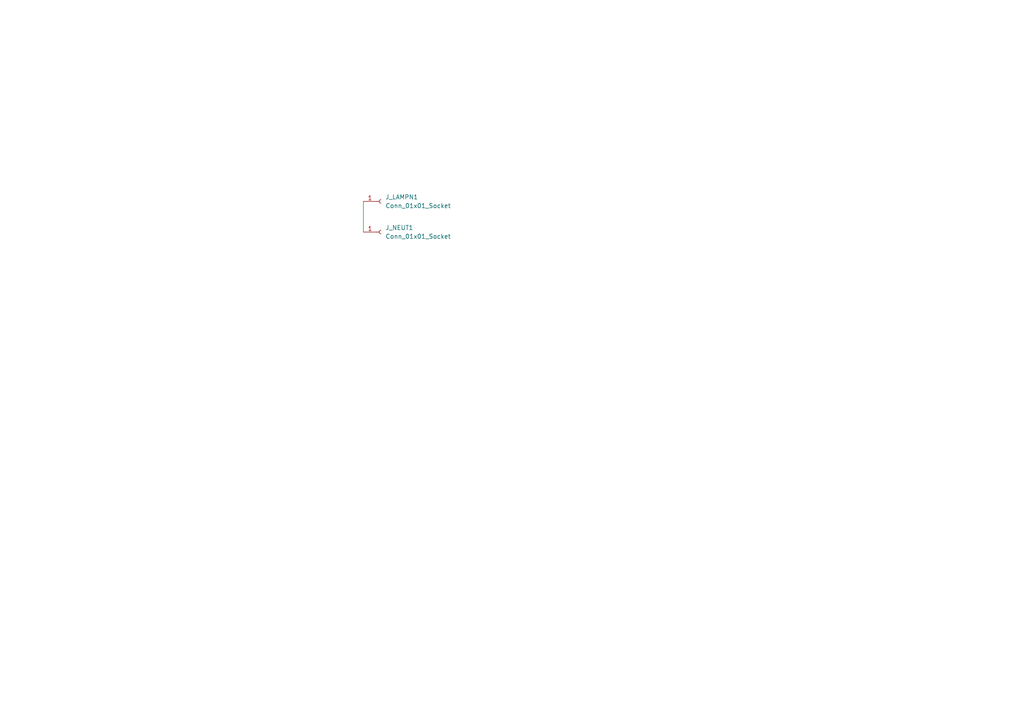
<source format=kicad_sch>
(kicad_sch (version 20231120) (generator "eeschema") (generator_version "8.0")
  (paper "A4")
  (lib_symbols
    (symbol "Connector:Conn_01x01_Socket" (pin_names (offset 1.016) hide)
      (property "Reference" "J" (at 0 2.54 0))
      (property "Value" "Conn_01x01_Socket" (at 0 -2.54 0))
      (symbol "Conn_01x01_Socket_1_1"
        (polyline (pts (xy -1.27 0) (xy -0.508 0)) (stroke (width 0.1524)))
        (arc (start 0 0.508) (mid -0.5058 0) (end 0 -0.508) (stroke (width 0.1524)))
        (pin passive line (at -5.08 0 0) (length 3.81) (name "Pin_1") (number "1"))
      )
    )
  )
  (wire (pts (xy 105.41 58.42) (xy 105.41 67.31)))
  (symbol (lib_id "Connector:Conn_01x01_Socket") (at 110.49 67.31 0) (unit 1)
    (property "Reference" "J_NEUT1" (at 111.76 66.0399 0) (effects (justify left)))
    (property "Value" "Conn_01x01_Socket" (at 111.76 68.5799 0) (effects (justify left)))
    (property "Footprint" "Connector_Wire:SolderWire-2sqmm_1x01_D2mm_OD3.9mm" (effects (hide yes)))
    (property "Description" "Generic connector, single row, 01x01, script generated" (effects (hide yes)))
  )
  (symbol (lib_id "Connector:Conn_01x01_Socket") (at 110.49 58.42 0) (unit 1)
    (property "Reference" "J_LAMPN1" (at 111.76 57.1499 0) (effects (justify left)))
    (property "Value" "Conn_01x01_Socket" (at 111.76 59.6899 0) (effects (justify left)))
    (property "Footprint" "Connector_Wire:SolderWirePad_1x01_SMD_5x10mm" (effects (hide yes)))
    (property "Description" "Generic connector, single row, 01x01, script generated" (effects (hide yes)))
  )
)
</source>
